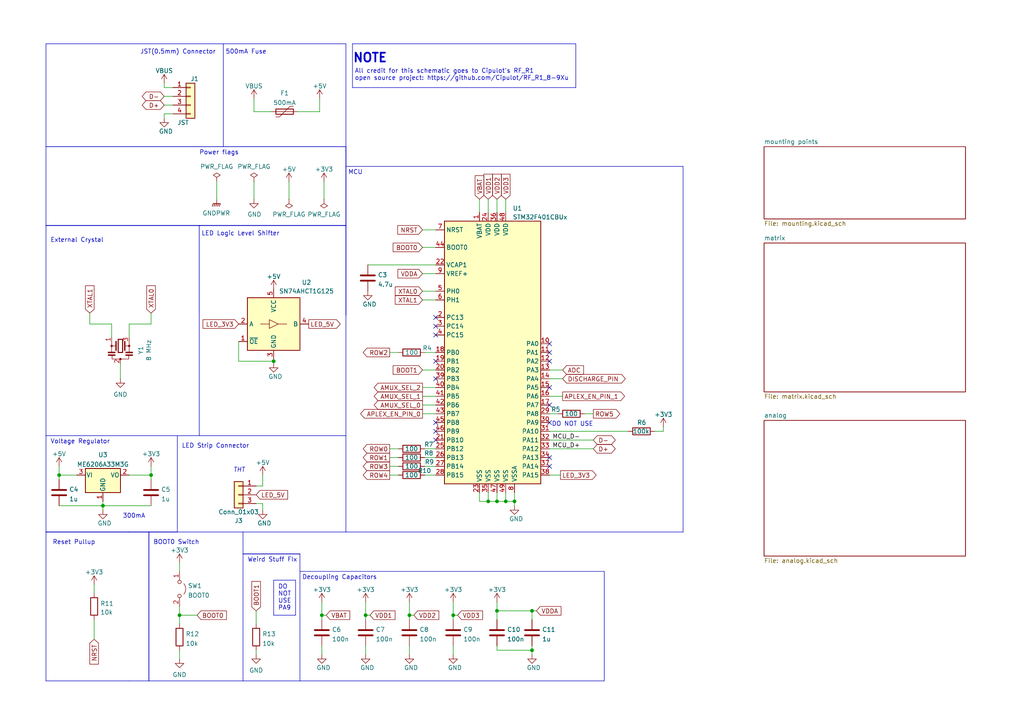
<source format=kicad_sch>
(kicad_sch (version 20230121) (generator eeschema)
  (paper "A4")
  (lib_symbols
    (symbol "Connector_Generic:Conn_01x03" (pin_names (offset 1.016) hide)
      (property "Reference" "J" (at 0 5.08 0))
      (property "Value" "Conn_01x03" (at 0 -5.08 0))
      (symbol "Conn_01x03_1_1"
        (rectangle (start -1.27 -2.413) (end 0 -2.667) (stroke (width 0.1524)))
        (rectangle (start -1.27 0.127) (end 0 -0.127) (stroke (width 0.1524)))
        (rectangle (start -1.27 2.667) (end 0 2.413) (stroke (width 0.1524)))
        (rectangle (start -1.27 3.81) (end 1.27 -3.81) (stroke (width 0.254)) (fill (type background)))
        (pin passive line (at -5.08 2.54 0) (length 3.81) (name "Pin_1") (number "1"))
        (pin passive line (at -5.08 0 0) (length 3.81) (name "Pin_2") (number "2"))
        (pin passive line (at -5.08 -2.54 0) (length 3.81) (name "Pin_3") (number "3"))
      )
    )
    (symbol "Connector_Generic:Conn_01x04" (pin_names (offset 1.016) hide)
      (property "Reference" "J" (at 0 5.08 0))
      (property "Value" "Conn_01x04" (at 0 -7.62 0))
      (symbol "Conn_01x04_1_1"
        (rectangle (start -1.27 -4.953) (end 0 -5.207) (stroke (width 0.1524)))
        (rectangle (start -1.27 -2.413) (end 0 -2.667) (stroke (width 0.1524)))
        (rectangle (start -1.27 0.127) (end 0 -0.127) (stroke (width 0.1524)))
        (rectangle (start -1.27 2.667) (end 0 2.413) (stroke (width 0.1524)))
        (rectangle (start -1.27 3.81) (end 1.27 -6.35) (stroke (width 0.254)) (fill (type background)))
        (pin passive line (at -5.08 2.54 0) (length 3.81) (name "Pin_1") (number "1"))
        (pin passive line (at -5.08 0 0) (length 3.81) (name "Pin_2") (number "2"))
        (pin passive line (at -5.08 -2.54 0) (length 3.81) (name "Pin_3") (number "3"))
        (pin passive line (at -5.08 -5.08 0) (length 3.81) (name "Pin_4") (number "4"))
      )
    )
    (symbol "Device:C" (pin_numbers hide) (pin_names (offset 0.254))
      (property "Reference" "C" (at 0.635 2.54 0))
      (property "Value" "C" (at 0.635 -2.54 0))
      (symbol "C_0_1"
        (polyline (pts (xy -2.032 -0.762) (xy 2.032 -0.762)) (stroke (width 0.508)))
        (polyline (pts (xy -2.032 0.762) (xy 2.032 0.762)) (stroke (width 0.508)))
      )
      (symbol "C_1_1"
        (pin passive line (at 0 3.81 270) (length 2.794) (name "~") (number "1"))
        (pin passive line (at 0 -3.81 90) (length 2.794) (name "~") (number "2"))
      )
    )
    (symbol "Device:Polyfuse" (pin_numbers hide) (pin_names (offset 0))
      (property "Reference" "F" (at -2.54 0 90))
      (property "Value" "Polyfuse" (at 2.54 0 90))
      (symbol "Polyfuse_0_1"
        (rectangle (start -0.762 2.54) (end 0.762 -2.54) (stroke (width 0.254)))
        (polyline (pts (xy 0 2.54) (xy 0 -2.54)))
        (polyline (pts (xy -1.524 2.54) (xy -1.524 1.524) (xy 1.524 -1.524) (xy 1.524 -2.54)))
      )
      (symbol "Polyfuse_1_1"
        (pin passive line (at 0 3.81 270) (length 1.27) (name "~") (number "1"))
        (pin passive line (at 0 -3.81 90) (length 1.27) (name "~") (number "2"))
      )
    )
    (symbol "Device:R" (pin_numbers hide) (pin_names (offset 0))
      (property "Reference" "R" (at 2.032 0 90))
      (property "Value" "R" (at 0 0 90))
      (symbol "R_0_1"
        (rectangle (start -1.016 -2.54) (end 1.016 2.54) (stroke (width 0.254)))
      )
      (symbol "R_1_1"
        (pin passive line (at 0 3.81 270) (length 1.27) (name "~") (number "1"))
        (pin passive line (at 0 -3.81 90) (length 1.27) (name "~") (number "2"))
      )
    )
    (symbol "Device:Resonator_Small" (pin_names (offset 1.016) hide)
      (property "Reference" "Y" (at 3.175 1.905 0))
      (property "Value" "Resonator_Small" (at 3.175 0 0))
      (symbol "Resonator_Small_0_1"
        (rectangle (start -3.556 -2.54) (end -1.524 -2.794) (fill (type outline)))
        (rectangle (start -3.556 -1.778) (end -1.524 -2.032) (fill (type outline)))
        (circle (center -2.54 0) (radius 0.254) (fill (type outline)))
        (rectangle (start -0.635 1.905) (end 0.635 -1.905) (stroke (width 0.3048)))
        (circle (center 0 -3.81) (radius 0.254) (fill (type outline)))
        (polyline (pts (xy -2.54 -1.778) (xy -2.54 0)))
        (polyline (pts (xy -2.54 0) (xy -1.397 0)))
        (polyline (pts (xy -2.54 1.27) (xy -2.54 0)))
        (polyline (pts (xy -1.27 -1.27) (xy -1.27 1.27)) (stroke (width 0.381)))
        (polyline (pts (xy 1.27 -1.27) (xy 1.27 1.27)) (stroke (width 0.381)))
        (polyline (pts (xy 1.27 0) (xy 2.54 0)))
        (polyline (pts (xy 2.54 0) (xy 2.54 -1.778)))
        (polyline (pts (xy 2.54 1.27) (xy 2.54 0)))
        (polyline (pts (xy 2.413 -2.794) (xy 2.413 -3.81) (xy -2.413 -3.81) (xy -2.413 -2.667)))
        (rectangle (start 1.524 -2.54) (end 3.556 -2.794) (fill (type outline)))
        (rectangle (start 1.524 -1.778) (end 3.556 -2.032) (fill (type outline)))
        (circle (center 2.54 0) (radius 0.254) (fill (type outline)))
      )
      (symbol "Resonator_Small_1_1"
        (pin passive line (at -2.54 2.54 270) (length 1.27) (name "1") (number "1"))
        (pin passive line (at 0 -5.08 90) (length 1.27) (name "2") (number "2"))
        (pin passive line (at 2.54 2.54 270) (length 1.27) (name "3") (number "3"))
      )
    )
    (symbol "Jumper:Jumper_2_Open" (pin_names (offset 0) hide)
      (property "Reference" "JP" (at 0 2.794 0))
      (property "Value" "Jumper_2_Open" (at 0 -2.286 0))
      (symbol "Jumper_2_Open_0_0"
        (circle (center -2.032 0) (radius 0.508))
        (circle (center 2.032 0) (radius 0.508))
      )
      (symbol "Jumper_2_Open_0_1"
        (arc (start 1.524 1.27) (mid 0 1.778) (end -1.524 1.27))
      )
      (symbol "Jumper_2_Open_1_1"
        (pin passive line (at -5.08 0 0) (length 2.54) (name "A") (number "1"))
        (pin passive line (at 5.08 0 180) (length 2.54) (name "B") (number "2"))
      )
    )
    (symbol "MCU_ST_STM32F4:STM32F401CBUx"
      (property "Reference" "U" (at -15.24 39.37 0))
      (property "Value" "STM32F401CBUx" (at 5.08 39.37 0))
      (symbol "STM32F401CBUx_0_1"
        (rectangle (start -15.24 -38.1) (end 12.7 38.1) (stroke (width 0.254)) (fill (type background)))
      )
      (symbol "STM32F401CBUx_1_1"
        (pin power_in line (at -5.08 40.64 270) (length 2.54) (name "VBAT") (number "1"))
        (pin bidirectional line (at 15.24 2.54 180) (length 2.54) (name "PA0") (number "10"))
        (pin bidirectional line (at 15.24 0 180) (length 2.54) (name "PA1") (number "11"))
        (pin bidirectional line (at 15.24 -2.54 180) (length 2.54) (name "PA2") (number "12"))
        (pin bidirectional line (at 15.24 -5.08 180) (length 2.54) (name "PA3") (number "13"))
        (pin bidirectional line (at 15.24 -7.62 180) (length 2.54) (name "PA4") (number "14"))
        (pin bidirectional line (at 15.24 -10.16 180) (length 2.54) (name "PA5") (number "15"))
        (pin bidirectional line (at 15.24 -12.7 180) (length 2.54) (name "PA6") (number "16"))
        (pin bidirectional line (at 15.24 -15.24 180) (length 2.54) (name "PA7") (number "17"))
        (pin bidirectional line (at -17.78 0 0) (length 2.54) (name "PB0") (number "18"))
        (pin bidirectional line (at -17.78 -2.54 0) (length 2.54) (name "PB1") (number "19"))
        (pin bidirectional line (at -17.78 10.16 0) (length 2.54) (name "PC13") (number "2"))
        (pin bidirectional line (at -17.78 -5.08 0) (length 2.54) (name "PB2") (number "20"))
        (pin bidirectional line (at -17.78 -25.4 0) (length 2.54) (name "PB10") (number "21"))
        (pin power_in line (at -17.78 25.4 0) (length 2.54) (name "VCAP1") (number "22"))
        (pin power_in line (at -5.08 -40.64 90) (length 2.54) (name "VSS") (number "23"))
        (pin power_in line (at -2.54 40.64 270) (length 2.54) (name "VDD") (number "24"))
        (pin bidirectional line (at -17.78 -27.94 0) (length 2.54) (name "PB12") (number "25"))
        (pin bidirectional line (at -17.78 -30.48 0) (length 2.54) (name "PB13") (number "26"))
        (pin bidirectional line (at -17.78 -33.02 0) (length 2.54) (name "PB14") (number "27"))
        (pin bidirectional line (at -17.78 -35.56 0) (length 2.54) (name "PB15") (number "28"))
        (pin bidirectional line (at 15.24 -17.78 180) (length 2.54) (name "PA8") (number "29"))
        (pin bidirectional line (at -17.78 7.62 0) (length 2.54) (name "PC14") (number "3"))
        (pin bidirectional line (at 15.24 -20.32 180) (length 2.54) (name "PA9") (number "30"))
        (pin bidirectional line (at 15.24 -22.86 180) (length 2.54) (name "PA10") (number "31"))
        (pin bidirectional line (at 15.24 -25.4 180) (length 2.54) (name "PA11") (number "32"))
        (pin bidirectional line (at 15.24 -27.94 180) (length 2.54) (name "PA12") (number "33"))
        (pin bidirectional line (at 15.24 -30.48 180) (length 2.54) (name "PA13") (number "34"))
        (pin power_in line (at -2.54 -40.64 90) (length 2.54) (name "VSS") (number "35"))
        (pin power_in line (at 0 40.64 270) (length 2.54) (name "VDD") (number "36"))
        (pin bidirectional line (at 15.24 -33.02 180) (length 2.54) (name "PA14") (number "37"))
        (pin bidirectional line (at 15.24 -35.56 180) (length 2.54) (name "PA15") (number "38"))
        (pin bidirectional line (at -17.78 -7.62 0) (length 2.54) (name "PB3") (number "39"))
        (pin bidirectional line (at -17.78 5.08 0) (length 2.54) (name "PC15") (number "4"))
        (pin bidirectional line (at -17.78 -10.16 0) (length 2.54) (name "PB4") (number "40"))
        (pin bidirectional line (at -17.78 -12.7 0) (length 2.54) (name "PB5") (number "41"))
        (pin bidirectional line (at -17.78 -15.24 0) (length 2.54) (name "PB6") (number "42"))
        (pin bidirectional line (at -17.78 -17.78 0) (length 2.54) (name "PB7") (number "43"))
        (pin input line (at -17.78 30.48 0) (length 2.54) (name "BOOT0") (number "44"))
        (pin bidirectional line (at -17.78 -20.32 0) (length 2.54) (name "PB8") (number "45"))
        (pin bidirectional line (at -17.78 -22.86 0) (length 2.54) (name "PB9") (number "46"))
        (pin power_in line (at 0 -40.64 90) (length 2.54) (name "VSS") (number "47"))
        (pin power_in line (at 2.54 40.64 270) (length 2.54) (name "VDD") (number "48"))
        (pin power_in line (at 2.54 -40.64 90) (length 2.54) (name "VSS") (number "49"))
        (pin input line (at -17.78 17.78 0) (length 2.54) (name "PH0") (number "5"))
        (pin input line (at -17.78 15.24 0) (length 2.54) (name "PH1") (number "6"))
        (pin input line (at -17.78 35.56 0) (length 2.54) (name "NRST") (number "7"))
        (pin power_in line (at 5.08 -40.64 90) (length 2.54) (name "VSSA") (number "8"))
        (pin power_in line (at -17.78 22.86 0) (length 2.54) (name "VREF+") (number "9"))
      )
    )
    (symbol "Regulator_Linear:XC6206PxxxMR" (pin_names (offset 0.254))
      (property "Reference" "U" (at -3.81 3.175 0))
      (property "Value" "XC6206PxxxMR" (at 0 3.175 0))
      (symbol "XC6206PxxxMR_0_1"
        (rectangle (start -5.08 1.905) (end 5.08 -5.08) (stroke (width 0.254)) (fill (type background)))
      )
      (symbol "XC6206PxxxMR_1_1"
        (pin power_in line (at 0 -7.62 90) (length 2.54) (name "GND") (number "1"))
        (pin power_out line (at 7.62 0 180) (length 2.54) (name "VO") (number "2"))
        (pin power_in line (at -7.62 0 0) (length 2.54) (name "VI") (number "3"))
      )
    )
    (symbol "cipulot_parts:SN74AHCT1G125"
      (property "Reference" "U" (at -6.35 11.43 0))
      (property "Value" "SN74AHCT1G125" (at 3.81 11.43 0))
      (symbol "SN74AHCT1G125_0_1"
        (rectangle (start -7.62 10.16) (end 7.62 -5.08) (stroke (width 0.254)) (fill (type background)))
        (polyline (pts (xy -3.81 2.54) (xy -1.27 2.54)))
        (polyline (pts (xy 3.81 2.54) (xy 1.27 2.54)))
        (polyline (pts (xy -1.27 1.27) (xy -1.27 3.81) (xy 1.27 2.54) (xy -1.27 1.27)))
      )
      (symbol "SN74AHCT1G125_1_1"
        (pin input line (at -10.16 -2.54 0) (length 2.54) (name "~{OE}") (number "1"))
        (pin input line (at -10.16 2.54 0) (length 2.54) (name "A") (number "2"))
        (pin power_in line (at 0 -7.62 90) (length 2.54) (name "GND") (number "3"))
        (pin output line (at 10.16 2.54 180) (length 2.54) (name "B") (number "4"))
        (pin power_in line (at 0 12.7 270) (length 2.54) (name "VCC") (number "5"))
      )
    )
    (symbol "power:+3.3V" (power) (pin_names (offset 0))
      (property "Value" "+3.3V" (at 0 3.556 0))
      (symbol "+3.3V_0_1"
        (polyline (pts (xy -0.762 1.27) (xy 0 2.54)))
        (polyline (pts (xy 0 0) (xy 0 2.54)))
        (polyline (pts (xy 0 2.54) (xy 0.762 1.27)))
      )
      (symbol "+3.3V_1_1"
        (pin power_in line (at 0 0 90) (length 0) hide (name "+3V3") (number "1"))
      )
    )
    (symbol "power:+5V" (power) (pin_names (offset 0))
      (property "Value" "+5V" (at 0 3.556 0))
      (symbol "+5V_0_1"
        (polyline (pts (xy -0.762 1.27) (xy 0 2.54)))
        (polyline (pts (xy 0 0) (xy 0 2.54)))
        (polyline (pts (xy 0 2.54) (xy 0.762 1.27)))
      )
      (symbol "+5V_1_1"
        (pin power_in line (at 0 0 90) (length 0) hide (name "+5V") (number "1"))
      )
    )
    (symbol "power:GND" (power) (pin_names (offset 0))
      (property "Value" "GND" (at 0 -3.81 0))
      (symbol "GND_0_1"
        (polyline (pts (xy 0 0) (xy 0 -1.27) (xy 1.27 -1.27) (xy 0 -2.54) (xy -1.27 -1.27) (xy 0 -1.27)))
      )
      (symbol "GND_1_1"
        (pin power_in line (at 0 0 270) (length 0) hide (name "GND") (number "1"))
      )
    )
    (symbol "power:GNDPWR" (power) (pin_names (offset 0))
      (property "Value" "GNDPWR" (at 0 -3.302 0))
      (symbol "GNDPWR_0_1"
        (polyline (pts (xy 0 -1.27) (xy 0 0)))
        (polyline (pts (xy -1.016 -1.27) (xy -1.27 -2.032) (xy -1.27 -2.032)) (stroke (width 0.2032)))
        (polyline (pts (xy -0.508 -1.27) (xy -0.762 -2.032) (xy -0.762 -2.032)) (stroke (width 0.2032)))
        (polyline (pts (xy 0 -1.27) (xy -0.254 -2.032) (xy -0.254 -2.032)) (stroke (width 0.2032)))
        (polyline (pts (xy 0.508 -1.27) (xy 0.254 -2.032) (xy 0.254 -2.032)) (stroke (width 0.2032)))
        (polyline (pts (xy 1.016 -1.27) (xy -1.016 -1.27) (xy -1.016 -1.27)) (stroke (width 0.2032)))
        (polyline (pts (xy 1.016 -1.27) (xy 0.762 -2.032) (xy 0.762 -2.032) (xy 0.762 -2.032)) (stroke (width 0.2032)))
      )
      (symbol "GNDPWR_1_1"
        (pin power_in line (at 0 0 270) (length 0) hide (name "GNDPWR") (number "1"))
      )
    )
    (symbol "power:PWR_FLAG" (power) (pin_numbers hide) (pin_names (offset 0) hide)
      (property "Value" "PWR_FLAG" (at 0 3.81 0))
      (symbol "PWR_FLAG_0_0"
        (pin power_out line (at 0 0 90) (length 0) (name "pwr") (number "1"))
      )
      (symbol "PWR_FLAG_0_1"
        (polyline (pts (xy 0 0) (xy 0 1.27) (xy -1.016 1.905) (xy 0 2.54) (xy 1.016 1.905) (xy 0 1.27)))
      )
    )
    (symbol "power:VBUS" (power) (pin_names (offset 0))
      (property "Value" "VBUS" (at 0 3.81 0))
      (symbol "VBUS_0_1"
        (polyline (pts (xy -0.762 1.27) (xy 0 2.54)))
        (polyline (pts (xy 0 0) (xy 0 2.54)))
        (polyline (pts (xy 0 2.54) (xy 0.762 1.27)))
      )
      (symbol "VBUS_1_1"
        (pin power_in line (at 0 0 90) (length 0) hide (name "VBUS") (number "1"))
      )
    )
  )
  (junction (at 144.145 177.165))
  (junction (at 149.225 145.415))
  (junction (at 93.345 178.435))
  (junction (at 141.605 145.415))
  (junction (at 29.845 146.685))
  (junction (at 131.445 178.435))
  (junction (at 154.305 188.595))
  (junction (at 52.07 178.435))
  (junction (at 43.815 137.795))
  (junction (at 79.375 104.775))
  (junction (at 106.045 178.435))
  (junction (at 154.305 177.165))
  (junction (at 17.145 137.795))
  (junction (at 144.145 145.415))
  (junction (at 118.745 178.435))
  (junction (at 146.685 145.415))
  (no_connect (at 126.365 97.155))
  (no_connect (at 159.385 117.475))
  (no_connect (at 126.365 104.775))
  (no_connect (at 159.385 102.235))
  (no_connect (at 159.385 112.395))
  (no_connect (at 159.385 122.555))
  (no_connect (at 159.385 104.775))
  (no_connect (at 159.385 132.715))
  (no_connect (at 159.385 135.255))
  (no_connect (at 159.385 99.695))
  (no_connect (at 126.365 92.075))
  (no_connect (at 126.365 109.855))
  (no_connect (at 126.365 94.615))
  (no_connect (at 126.365 125.095))
  (no_connect (at 126.365 127.635))
  (no_connect (at 126.365 122.555))
  (wire (pts (xy 113.03 135.255) (xy 115.57 135.255)))
  (wire (pts (xy 37.465 93.98) (xy 43.815 93.98)))
  (polyline (pts (xy 100.33 65.405) (xy 100.33 42.545)))
  (wire (pts (xy 17.145 135.255) (xy 17.145 137.795)))
  (wire (pts (xy 52.07 188.595) (xy 52.07 191.135)))
  (wire (pts (xy 131.445 187.325) (xy 131.445 189.865)))
  (polyline (pts (xy 13.335 154.305) (xy 37.465 154.305)))
  (wire (pts (xy 73.66 28.575) (xy 73.66 32.385)))
  (polyline (pts (xy 79.375 168.275) (xy 79.375 178.435)))
  (wire (pts (xy 146.685 145.415) (xy 149.225 145.415)))
  (wire (pts (xy 47.625 30.48) (xy 50.165 30.48)))
  (wire (pts (xy 47.625 34.29) (xy 47.625 33.02)))
  (polyline (pts (xy 13.335 154.305) (xy 37.465 154.305)))
  (polyline (pts (xy 100.33 65.405) (xy 100.33 91.44)))
  (polyline (pts (xy 198.12 154.305) (xy 198.12 48.26)))
  (wire (pts (xy 37.465 137.795) (xy 43.815 137.795)))
  (polyline (pts (xy 100.33 154.305) (xy 70.485 154.305)))
  (wire (pts (xy 43.815 135.255) (xy 43.815 137.795)))
  (polyline (pts (xy 37.465 197.485) (xy 70.485 197.485)))
  (wire (pts (xy 29.845 145.415) (xy 29.845 146.685)))
  (wire (pts (xy 47.625 24.13) (xy 47.625 25.4)))
  (wire (pts (xy 79.375 104.775) (xy 79.375 104.14)))
  (wire (pts (xy 144.145 179.705) (xy 144.145 177.165)))
  (wire (pts (xy 76.2 140.97) (xy 76.2 137.795)))
  (wire (pts (xy 161.925 120.015) (xy 159.385 120.015)))
  (polyline (pts (xy 13.335 65.405) (xy 13.335 126.365)))
  (wire (pts (xy 122.555 120.015) (xy 126.365 120.015)))
  (wire (pts (xy 144.145 142.875) (xy 144.145 145.415)))
  (wire (pts (xy 79.375 105.41) (xy 79.375 104.775)))
  (polyline (pts (xy 100.33 65.405) (xy 57.785 65.405)))
  (wire (pts (xy 17.145 146.685) (xy 29.845 146.685)))
  (wire (pts (xy 159.385 125.095) (xy 182.245 125.095)))
  (polyline (pts (xy 100.33 48.26) (xy 198.12 48.26)))
  (wire (pts (xy 163.195 114.935) (xy 159.385 114.935)))
  (wire (pts (xy 113.03 137.795) (xy 115.57 137.795)))
  (wire (pts (xy 131.445 174.625) (xy 131.445 178.435)))
  (wire (pts (xy 141.605 142.875) (xy 141.605 145.415)))
  (polyline (pts (xy 79.375 178.435) (xy 85.725 178.435)))
  (polyline (pts (xy 85.725 178.435) (xy 85.725 168.275)))
  (polyline (pts (xy 57.785 126.365) (xy 100.33 126.365)))
  (polyline (pts (xy 37.465 154.305) (xy 51.435 154.305)))
  (polyline (pts (xy 13.335 42.545) (xy 13.335 12.7)))
  (wire (pts (xy 122.555 114.935) (xy 126.365 114.935)))
  (wire (pts (xy 74.295 177.165) (xy 74.295 180.975)))
  (polyline (pts (xy 70.485 197.485) (xy 70.485 154.305)))
  (wire (pts (xy 122.555 66.675) (xy 126.365 66.675)))
  (wire (pts (xy 118.745 178.435) (xy 120.015 178.435)))
  (wire (pts (xy 139.065 145.415) (xy 141.605 145.415)))
  (wire (pts (xy 131.445 178.435) (xy 131.445 179.705)))
  (polyline (pts (xy 100.33 42.545) (xy 100.33 65.405)))
  (wire (pts (xy 144.145 61.595) (xy 144.145 57.785)))
  (polyline (pts (xy 37.465 154.305) (xy 70.485 154.305)))
  (wire (pts (xy 34.925 105.41) (xy 34.925 109.855)))
  (polyline (pts (xy 51.435 154.305) (xy 51.435 126.365)))
  (polyline (pts (xy 100.33 126.365) (xy 100.33 154.305)))
  (wire (pts (xy 126.365 79.375) (xy 122.555 79.375)))
  (wire (pts (xy 144.145 145.415) (xy 146.685 145.415)))
  (wire (pts (xy 122.555 84.455) (xy 126.365 84.455)))
  (polyline (pts (xy 13.335 42.545) (xy 13.335 65.405)))
  (wire (pts (xy 86.36 32.385) (xy 92.71 32.385)))
  (polyline (pts (xy 86.995 165.735) (xy 175.26 165.735)))
  (polyline (pts (xy 13.335 126.365) (xy 13.335 154.305)))
  (wire (pts (xy 118.745 187.325) (xy 118.745 189.865)))
  (wire (pts (xy 52.07 175.895) (xy 52.07 178.435)))
  (polyline (pts (xy 57.785 65.405) (xy 57.785 90.805)))
  (polyline (pts (xy 13.335 65.405) (xy 57.785 65.405)))
  (wire (pts (xy 47.625 27.94) (xy 50.165 27.94)))
  (wire (pts (xy 17.145 137.795) (xy 22.225 137.795)))
  (wire (pts (xy 146.685 61.595) (xy 146.685 57.785)))
  (wire (pts (xy 144.145 174.625) (xy 144.145 177.165)))
  (wire (pts (xy 154.305 187.325) (xy 154.305 188.595)))
  (wire (pts (xy 123.19 137.795) (xy 126.365 137.795)))
  (wire (pts (xy 73.66 52.705) (xy 73.66 57.785)))
  (wire (pts (xy 146.685 142.875) (xy 146.685 145.415)))
  (wire (pts (xy 74.295 188.595) (xy 74.295 189.865)))
  (wire (pts (xy 52.07 163.195) (xy 52.07 165.735)))
  (wire (pts (xy 73.66 32.385) (xy 78.74 32.385)))
  (wire (pts (xy 83.82 52.705) (xy 83.82 57.785)))
  (polyline (pts (xy 167.005 25.4) (xy 167.005 12.7)))
  (wire (pts (xy 139.065 142.875) (xy 139.065 145.415)))
  (wire (pts (xy 47.625 25.4) (xy 50.165 25.4)))
  (wire (pts (xy 162.56 137.795) (xy 159.385 137.795)))
  (wire (pts (xy 93.345 174.625) (xy 93.345 178.435)))
  (wire (pts (xy 69.215 99.06) (xy 69.215 104.775)))
  (wire (pts (xy 131.445 178.435) (xy 132.715 178.435)))
  (wire (pts (xy 141.605 61.595) (xy 141.605 57.785)))
  (wire (pts (xy 122.555 112.395) (xy 126.365 112.395)))
  (wire (pts (xy 37.465 97.79) (xy 37.465 93.98)))
  (wire (pts (xy 141.605 145.415) (xy 144.145 145.415)))
  (wire (pts (xy 106.045 178.435) (xy 107.315 178.435)))
  (wire (pts (xy 92.71 32.385) (xy 92.71 28.575)))
  (wire (pts (xy 122.555 86.995) (xy 126.365 86.995)))
  (wire (pts (xy 69.215 104.775) (xy 79.375 104.775)))
  (polyline (pts (xy 13.335 65.405) (xy 100.33 65.405)))
  (polyline (pts (xy 86.995 160.655) (xy 70.485 160.655)))
  (polyline (pts (xy 102.235 25.4) (xy 167.005 25.4)))
  (wire (pts (xy 106.045 187.325) (xy 106.045 189.865)))
  (wire (pts (xy 76.2 146.05) (xy 76.2 147.955)))
  (wire (pts (xy 154.305 188.595) (xy 154.305 189.865)))
  (wire (pts (xy 123.19 132.715) (xy 126.365 132.715)))
  (polyline (pts (xy 64.77 12.7) (xy 13.335 12.7)))
  (polyline (pts (xy 57.785 42.545) (xy 64.77 42.545)))
  (polyline (pts (xy 100.33 154.305) (xy 198.12 154.305)))
  (wire (pts (xy 93.345 187.325) (xy 93.345 189.865)))
  (wire (pts (xy 113.03 132.715) (xy 115.57 132.715)))
  (wire (pts (xy 123.19 102.235) (xy 126.365 102.235)))
  (wire (pts (xy 122.555 71.755) (xy 126.365 71.755)))
  (polyline (pts (xy 175.26 165.735) (xy 175.26 197.485)))
  (wire (pts (xy 192.405 125.095) (xy 192.405 123.825)))
  (polyline (pts (xy 79.375 168.275) (xy 85.725 168.275)))
  (polyline (pts (xy 86.995 197.485) (xy 70.485 197.485)))
  (polyline (pts (xy 102.235 12.7) (xy 102.235 25.4)))
  (wire (pts (xy 144.145 177.165) (xy 154.305 177.165)))
  (wire (pts (xy 29.845 146.685) (xy 29.845 147.955)))
  (wire (pts (xy 118.745 174.625) (xy 118.745 178.435)))
  (polyline (pts (xy 43.18 197.485) (xy 43.18 154.305)))
  (polyline (pts (xy 13.335 197.485) (xy 37.465 197.485)))
  (wire (pts (xy 106.68 76.835) (xy 126.365 76.835)))
  (polyline (pts (xy 64.77 42.545) (xy 100.33 42.545)))
  (polyline (pts (xy 86.995 160.655) (xy 86.995 197.485)))
  (wire (pts (xy 29.845 146.685) (xy 43.815 146.685)))
  (wire (pts (xy 154.305 177.165) (xy 154.305 179.705)))
  (wire (pts (xy 163.195 109.855) (xy 159.385 109.855)))
  (wire (pts (xy 118.745 179.705) (xy 118.745 178.435)))
  (wire (pts (xy 17.145 137.795) (xy 17.145 139.065)))
  (wire (pts (xy 113.03 102.235) (xy 115.57 102.235)))
  (wire (pts (xy 159.385 127.635) (xy 172.085 127.635)))
  (wire (pts (xy 144.145 188.595) (xy 154.305 188.595)))
  (wire (pts (xy 149.225 146.685) (xy 149.225 145.415)))
  (wire (pts (xy 189.865 125.095) (xy 192.405 125.095)))
  (wire (pts (xy 52.07 178.435) (xy 52.07 180.975)))
  (polyline (pts (xy 13.335 126.365) (xy 57.785 126.365)))
  (polyline (pts (xy 57.785 126.365) (xy 57.785 65.405)))
  (polyline (pts (xy 102.235 12.7) (xy 167.005 12.7)))
  (wire (pts (xy 154.305 177.165) (xy 155.575 177.165)))
  (polyline (pts (xy 100.33 126.365) (xy 100.33 65.405)))
  (polyline (pts (xy 13.335 42.545) (xy 100.33 42.545)))
  (polyline (pts (xy 175.26 197.485) (xy 86.995 197.485)))
  (wire (pts (xy 122.555 107.315) (xy 126.365 107.315)))
  (wire (pts (xy 76.2 146.05) (xy 74.295 146.05)))
  (wire (pts (xy 27.305 169.545) (xy 27.305 172.085)))
  (wire (pts (xy 159.385 107.315) (xy 163.195 107.315)))
  (wire (pts (xy 43.815 90.805) (xy 43.815 93.98)))
  (wire (pts (xy 52.07 178.435) (xy 57.15 178.435)))
  (polyline (pts (xy 64.77 12.7) (xy 100.33 12.7)))
  (polyline (pts (xy 13.335 154.305) (xy 13.335 197.485)))
  (wire (pts (xy 172.085 120.015) (xy 169.545 120.015)))
  (polyline (pts (xy 43.18 154.305) (xy 43.18 197.485)))
  (wire (pts (xy 26.035 90.805) (xy 26.035 93.98)))
  (wire (pts (xy 93.98 52.705) (xy 93.98 57.785)))
  (polyline (pts (xy 100.33 42.545) (xy 100.33 12.7)))
  (wire (pts (xy 27.305 179.705) (xy 27.305 185.42)))
  (polyline (pts (xy 70.485 160.655) (xy 86.995 160.655)))
  (wire (pts (xy 94.615 178.435) (xy 93.345 178.435)))
  (wire (pts (xy 106.045 179.705) (xy 106.045 178.435)))
  (wire (pts (xy 47.625 33.02) (xy 50.165 33.02)))
  (polyline (pts (xy 100.33 126.365) (xy 100.33 126.365)))
  (wire (pts (xy 43.815 137.795) (xy 43.815 139.065)))
  (wire (pts (xy 139.065 61.595) (xy 139.065 57.785)))
  (wire (pts (xy 32.385 93.98) (xy 32.385 97.79)))
  (polyline (pts (xy 57.785 42.545) (xy 13.335 42.545)))
  (wire (pts (xy 149.225 142.875) (xy 149.225 145.415)))
  (wire (pts (xy 62.865 52.705) (xy 62.865 57.785)))
  (wire (pts (xy 159.385 130.175) (xy 172.085 130.175)))
  (wire (pts (xy 26.035 93.98) (xy 32.385 93.98)))
  (wire (pts (xy 122.555 117.475) (xy 126.365 117.475)))
  (wire (pts (xy 93.345 178.435) (xy 93.345 179.705)))
  (wire (pts (xy 76.2 140.97) (xy 74.295 140.97)))
  (polyline (pts (xy 64.77 42.545) (xy 64.77 12.7)))
  (wire (pts (xy 144.145 187.325) (xy 144.145 188.595)))
  (wire (pts (xy 106.045 174.625) (xy 106.045 178.435)))
  (wire (pts (xy 113.03 130.175) (xy 115.57 130.175)))
  (wire (pts (xy 123.19 130.175) (xy 126.365 130.175)))
  (wire (pts (xy 123.19 135.255) (xy 126.365 135.255)))
  (text "LED Strip Connector\n" (at 52.705 130.175 0) (effects (font (size 1.27 1.27)) (justify left bottom)))
  (text "300mA" (at 35.56 150.495 0) (effects (font (size 1.27 1.27)) (justify left bottom)))
  (text "Weird Stuff FIx" (at 71.755 163.195 0) (effects (font (size 1.27 1.27)) (justify left bottom)))
  (text "JST(0.5mm) Connector\n" (at 40.64 15.875 0) (effects (font (size 1.27 1.27)) (justify left bottom)))
  (text "Decoupling Capacitors" (at 87.63 168.275 0) (effects (font (size 1.27 1.27)) (justify left bottom)))
  (text "MCU" (at 100.965 50.8 0) (effects (font (size 1.27 1.27)) (justify left bottom)))
  (text "THT\n" (at 71.12 137.16 0) (effects (font (size 1.27 1.27) italic) (justify right bottom)))
  (text "All credit for this schematic goes to Cipulot's RF_R1 \nopen source project: https://github.com/Cipulot/RF_R1_8-9Xu\n" (at 102.87 23.495 0) (effects (font (size 1.27 1.27)) (justify left bottom)))
  (text "DO\nNOT\nUSE\nPA9\n" (at 80.645 177.165 0) (effects (font (size 1.27 1.27)) (justify left bottom)))
  (text "External Crystal\n" (at 14.605 70.485 0) (effects (font (size 1.27 1.27)) (justify left bottom)))
  (text "500mA Fuse" (at 65.405 15.875 0) (effects (font (size 1.27 1.27)) (justify left bottom)))
  (text "NOTE" (at 102.235 18.415 0) (effects (font (size 2.54 2.54) (thickness 0.508) bold) (justify left bottom)))
  (text "Power flags\n" (at 57.785 45.085 0) (effects (font (size 1.27 1.27)) (justify left bottom)))
  (text "Voltage Regulator" (at 14.605 128.905 0) (effects (font (size 1.27 1.27)) (justify left bottom)))
  (text "BOOT0 Switch" (at 44.45 158.115 0) (effects (font (size 1.27 1.27)) (justify left bottom)))
  (text "LED Logic Level Shifter" (at 58.42 68.58 0) (effects (font (size 1.27 1.27)) (justify left bottom)))
  (text "Reset Pullup" (at 15.24 158.115 0) (effects (font (size 1.27 1.27)) (justify left bottom)))
  (text "DO NOT USE" (at 160.02 123.825 0) (effects (font (size 1.27 1.27)) (justify left bottom)))
  (label "MCU_D-" (at 168.275 127.635 180))
  (label "MCU_D+" (at 168.275 130.175 180))
  (global_label "VBAT" (shape input) (at 139.065 57.785 90) (property "Intersheetrefs" "${INTERSHEET_REFS}" (effects hide)))
  (global_label "XTAL0" (shape input) (at 122.555 84.455 180) (property "Intersheetrefs" "${INTERSHEET_REFS}" (effects hide)))
  (global_label "ADC" (shape input) (at 163.195 107.315 0) (property "Intersheetrefs" "${INTERSHEET_REFS}" (effects hide)))
  (global_label "D-" (shape bidirectional) (at 172.085 127.635 0) (property "Intersheetrefs" "${INTERSHEET_REFS}" (effects hide)))
  (global_label "BOOT1" (shape input) (at 74.295 177.165 90) (property "Intersheetrefs" "${INTERSHEET_REFS}" (effects hide)))
  (global_label "VBAT" (shape input) (at 94.615 178.435 0) (property "Intersheetrefs" "${INTERSHEET_REFS}" (effects hide)))
  (global_label "VDD1" (shape input) (at 141.605 57.785 90) (property "Intersheetrefs" "${INTERSHEET_REFS}" (effects hide)))
  (global_label "ROW5" (shape output) (at 172.085 120.015 0) (property "Intersheetrefs" "${INTERSHEET_REFS}" (effects hide)))
  (global_label "D+" (shape bidirectional) (at 47.625 30.48 180) (property "Intersheetrefs" "${INTERSHEET_REFS}" (effects hide)))
  (global_label "XTAL0" (shape input) (at 43.815 90.805 90) (property "Intersheetrefs" "${INTERSHEET_REFS}" (effects hide)))
  (global_label "LED_3V3" (shape output) (at 162.56 137.795 0) (property "Intersheetrefs" "${INTERSHEET_REFS}" (effects hide)))
  (global_label "BOOT0" (shape input) (at 57.15 178.435 0) (property "Intersheetrefs" "${INTERSHEET_REFS}" (effects hide)))
  (global_label "BOOT0" (shape input) (at 122.555 71.755 180) (property "Intersheetrefs" "${INTERSHEET_REFS}" (effects hide)))
  (global_label "ROW2" (shape output) (at 113.03 102.235 180) (property "Intersheetrefs" "${INTERSHEET_REFS}" (effects hide)))
  (global_label "ROW3" (shape output) (at 113.03 135.255 180) (property "Intersheetrefs" "${INTERSHEET_REFS}" (effects hide)))
  (global_label "VDD3" (shape input) (at 132.715 178.435 0) (property "Intersheetrefs" "${INTERSHEET_REFS}" (effects hide)))
  (global_label "LED_3V3" (shape input) (at 69.215 93.98 180) (property "Intersheetrefs" "${INTERSHEET_REFS}" (effects hide)))
  (global_label "NRST" (shape input) (at 122.555 66.675 180) (property "Intersheetrefs" "${INTERSHEET_REFS}" (effects hide)))
  (global_label "LED_5V" (shape output) (at 89.535 93.98 0) (property "Intersheetrefs" "${INTERSHEET_REFS}" (effects hide)))
  (global_label "APLEX_EN_PIN_1" (shape output) (at 163.195 114.935 0) (property "Intersheetrefs" "${INTERSHEET_REFS}" (effects hide)))
  (global_label "D-" (shape bidirectional) (at 47.625 27.94 180) (property "Intersheetrefs" "${INTERSHEET_REFS}" (effects hide)))
  (global_label "AMUX_SEL_1" (shape output) (at 122.555 114.935 180) (property "Intersheetrefs" "${INTERSHEET_REFS}" (effects hide)))
  (global_label "VDDA" (shape input) (at 122.555 79.375 180) (property "Intersheetrefs" "${INTERSHEET_REFS}" (effects hide)))
  (global_label "LED_5V" (shape input) (at 74.295 143.51 0) (property "Intersheetrefs" "${INTERSHEET_REFS}" (effects hide)))
  (global_label "VDD3" (shape input) (at 146.685 57.785 90) (property "Intersheetrefs" "${INTERSHEET_REFS}" (effects hide)))
  (global_label "ROW1" (shape output) (at 113.03 132.715 180) (property "Intersheetrefs" "${INTERSHEET_REFS}" (effects hide)))
  (global_label "XTAL1" (shape input) (at 26.035 90.805 90) (property "Intersheetrefs" "${INTERSHEET_REFS}" (effects hide)))
  (global_label "NRST" (shape input) (at 27.305 185.42 270) (property "Intersheetrefs" "${INTERSHEET_REFS}" (effects hide)))
  (global_label "BOOT1" (shape input) (at 122.555 107.315 180) (property "Intersheetrefs" "${INTERSHEET_REFS}" (effects hide)))
  (global_label "APLEX_EN_PIN_0" (shape output) (at 122.555 120.015 180) (property "Intersheetrefs" "${INTERSHEET_REFS}" (effects hide)))
  (global_label "ROW0" (shape output) (at 113.03 130.175 180) (property "Intersheetrefs" "${INTERSHEET_REFS}" (effects hide)))
  (global_label "VDD1" (shape input) (at 107.315 178.435 0) (property "Intersheetrefs" "${INTERSHEET_REFS}" (effects hide)))
  (global_label "XTAL1" (shape input) (at 122.555 86.995 180) (property "Intersheetrefs" "${INTERSHEET_REFS}" (effects hide)))
  (global_label "DISCHARGE_PIN" (shape bidirectional) (at 163.195 109.855 0) (property "Intersheetrefs" "${INTERSHEET_REFS}" (effects hide)))
  (global_label "D+" (shape bidirectional) (at 172.085 130.175 0) (property "Intersheetrefs" "${INTERSHEET_REFS}" (effects hide)))
  (global_label "VDD2" (shape input) (at 144.145 57.785 90) (property "Intersheetrefs" "${INTERSHEET_REFS}" (effects hide)))
  (global_label "AMUX_SEL_2" (shape output) (at 122.555 112.395 180) (property "Intersheetrefs" "${INTERSHEET_REFS}" (effects hide)))
  (global_label "VDDA" (shape input) (at 155.575 177.165 0) (property "Intersheetrefs" "${INTERSHEET_REFS}" (effects hide)))
  (global_label "VDD2" (shape input) (at 120.015 178.435 0) (property "Intersheetrefs" "${INTERSHEET_REFS}" (effects hide)))
  (global_label "ROW4" (shape output) (at 113.03 137.795 180) (property "Intersheetrefs" "${INTERSHEET_REFS}" (effects hide)))
  (global_label "AMUX_SEL_0" (shape output) (at 122.555 117.475 180) (property "Intersheetrefs" "${INTERSHEET_REFS}" (effects hide)))
  (symbol (lib_id "Device:R") (at 165.735 120.015 90) (unit 1)
    (property "Reference" "R5" (at 162.56 118.745 90) (effects (justify left)))
    (property "Value" "100" (at 167.64 120.015 90) (effects (justify left)))
    (property "Footprint" "Resistor_SMD:R_0402_1005Metric" (effects hide))
    (property "LCSC" "C25076" (effects hide))
  )
  (symbol (lib_id "power:GND") (at 79.375 105.41 0) (unit 1)
    (property "Reference" "#PWR0104" (effects hide))
    (property "Value" "GND" (at 81.915 109.22 0) (effects (justify right)))
  )
  (symbol (lib_id "power:+3.3V") (at 106.045 174.625 0) (unit 1)
    (property "Reference" "#PWR0133" (effects hide))
    (property "Value" "+3.3V" (at 106.045 171.0205 0))
  )
  (symbol (lib_id "power:+5V") (at 79.375 83.82 0) (unit 1)
    (property "Reference" "#PWR0105" (effects hide))
    (property "Value" "+5V" (at 79.375 80.2155 0))
  )
  (symbol (lib_id "power:+3.3V") (at 93.98 52.705 0) (unit 1)
    (property "Reference" "#PWR0143" (effects hide))
    (property "Value" "+3.3V" (at 93.98 49.1005 0))
  )
  (symbol (lib_id "power:+3.3V") (at 27.305 169.545 0) (unit 1)
    (property "Reference" "#PWR0101" (effects hide))
    (property "Value" "+3.3V" (at 27.305 165.9405 0))
  )
  (symbol (lib_id "power:GND") (at 93.345 189.865 0) (unit 1)
    (property "Reference" "#PWR0118" (effects hide))
    (property "Value" "GND" (at 95.885 193.675 0) (effects (justify right)))
  )
  (symbol (lib_id "power:+5V") (at 17.145 135.255 0) (unit 1)
    (property "Reference" "#PWR0124" (effects hide))
    (property "Value" "+5V" (at 17.145 131.6505 0))
  )
  (symbol (lib_id "Device:C") (at 118.745 183.515 0) (unit 1)
    (property "Reference" "C8" (at 121.666 182.6065 0) (effects (justify left)))
    (property "Value" "100n" (at 121.666 185.3816 0) (effects (justify left)))
    (property "Footprint" "Capacitor_SMD:C_0402_1005Metric" (effects hide))
    (property "LCSC" "C307331" (effects hide))
  )
  (symbol (lib_id "power:+3.3V") (at 52.07 163.195 0) (unit 1)
    (property "Reference" "#PWR0120" (effects hide))
    (property "Value" "+3.3V" (at 52.07 159.5905 0))
  )
  (symbol (lib_id "power:GND") (at 131.445 189.865 0) (unit 1)
    (property "Reference" "#PWR0136" (effects hide))
    (property "Value" "GND" (at 133.985 193.675 0) (effects (justify right)))
  )
  (symbol (lib_id "Device:C") (at 43.815 142.875 0) (unit 1)
    (property "Reference" "C5" (at 46.736 141.9665 0) (effects (justify left)))
    (property "Value" "1u" (at 46.736 144.7416 0) (effects (justify left)))
    (property "Footprint" "Capacitor_SMD:C_0402_1005Metric" (effects hide))
    (property "LCSC" "C52923" (effects hide))
  )
  (symbol (lib_id "power:PWR_FLAG") (at 62.865 52.705 0) (unit 1)
    (property "Reference" "#FLG0104" (effects hide))
    (property "Value" "PWR_FLAG" (at 62.865 48.3108 0))
  )
  (symbol (lib_id "Device:C") (at 106.045 183.515 0) (unit 1)
    (property "Reference" "C7" (at 108.966 182.6065 0) (effects (justify left)))
    (property "Value" "100n" (at 108.966 185.3816 0) (effects (justify left)))
    (property "Footprint" "Capacitor_SMD:C_0402_1005Metric" (effects hide))
    (property "LCSC" "C307331" (effects hide))
  )
  (symbol (lib_id "power:GND") (at 34.925 109.855 0) (unit 1)
    (property "Reference" "#PWR0123" (effects hide))
    (property "Value" "GND" (at 34.925 114.4175 0))
  )
  (symbol (lib_id "power:+5V") (at 83.82 52.705 0) (unit 1)
    (property "Reference" "#PWR0146" (effects hide))
    (property "Value" "+5V" (at 83.82 49.1005 0))
  )
  (symbol (lib_id "power:+3.3V") (at 144.145 174.625 0) (unit 1)
    (property "Reference" "#PWR0140" (effects hide))
    (property "Value" "+3.3V" (at 144.145 171.0205 0))
  )
  (symbol (lib_id "Jumper:Jumper_2_Open") (at 52.07 170.815 270) (unit 1)
    (property "Reference" "SW1" (at 54.483 169.9065 90) (effects (justify left)))
    (property "Value" "BOOT0" (at 54.483 172.6816 90) (effects (justify left)))
    (property "Footprint" "Connector_PinHeader_1.27mm:PinHeader_1x02_P1.27mm_Vertical" (effects hide))
  )
  (symbol (lib_id "Connector_Generic:Conn_01x03") (at 69.215 143.51 0) (mirror y) (unit 1)
    (property "Reference" "J3" (at 69.215 151.0198 0))
    (property "Value" "Conn_01x03" (at 69.215 148.4829 0))
    (property "Footprint" "Connector_PinHeader_2.54mm:PinHeader_1x03_P2.54mm_Vertical" (effects hide))
  )
  (symbol (lib_id "power:+3.3V") (at 93.345 174.625 0) (unit 1)
    (property "Reference" "#PWR0119" (effects hide))
    (property "Value" "+3.3V" (at 93.345 171.0205 0))
  )
  (symbol (lib_id "power:GND") (at 73.66 57.785 0) (unit 1)
    (property "Reference" "#PWR0144" (effects hide))
    (property "Value" "GND" (at 73.787 62.1792 0))
  )
  (symbol (lib_id "Device:C") (at 17.145 142.875 0) (unit 1)
    (property "Reference" "C4" (at 20.066 141.9665 0) (effects (justify left)))
    (property "Value" "1u" (at 20.066 144.7416 0) (effects (justify left)))
    (property "Footprint" "Capacitor_SMD:C_0402_1005Metric" (effects hide))
    (property "LCSC" "C52923" (effects hide))
  )
  (symbol (lib_id "Device:C") (at 144.145 183.515 0) (unit 1)
    (property "Reference" "C10" (at 147.066 182.6065 0) (effects (justify left)))
    (property "Value" "100n" (at 147.066 185.3816 0) (effects (justify left)))
    (property "Footprint" "Capacitor_SMD:C_0402_1005Metric" (effects hide))
    (property "LCSC" "C307331" (effects hide))
  )
  (symbol (lib_id "Device:C") (at 93.345 183.515 0) (unit 1)
    (property "Reference" "C6" (at 96.266 182.6065 0) (effects (justify left)))
    (property "Value" "100n" (at 96.266 185.3816 0) (effects (justify left)))
    (property "Footprint" "Capacitor_SMD:C_0402_1005Metric" (effects hide))
    (property "LCSC" "C307331" (effects hide))
  )
  (symbol (lib_id "Device:R") (at 74.295 184.785 180) (unit 1)
    (property "Reference" "R13" (at 76.073 183.8765 0) (effects (justify right)))
    (property "Value" "10k" (at 76.073 186.6516 0) (effects (justify right)))
    (property "Footprint" "Resistor_SMD:R_0402_1005Metric" (effects hide))
    (property "LCSC" "C25744" (effects hide))
  )
  (symbol (lib_id "Device:R") (at 186.055 125.095 90) (unit 1)
    (property "Reference" "R6" (at 184.785 122.555 90) (effects (justify right)))
    (property "Value" "100k" (at 183.515 125.095 90) (effects (justify right)))
    (property "Footprint" "Resistor_SMD:R_0402_1005Metric" (effects hide))
    (property "LCSC" "C25741" (effects hide))
  )
  (symbol (lib_id "power:GND") (at 118.745 189.865 0) (unit 1)
    (property "Reference" "#PWR0138" (effects hide))
    (property "Value" "GND" (at 121.285 193.675 0) (effects (justify right)))
  )
  (symbol (lib_id "power:GND") (at 74.295 189.865 0) (unit 1)
    (property "Reference" "#PWR0117" (effects hide))
    (property "Value" "GND" (at 74.295 194.4275 0))
  )
  (symbol (lib_id "power:PWR_FLAG") (at 83.82 57.785 180) (unit 1)
    (property "Reference" "#FLG0103" (effects hide))
    (property "Value" "PWR_FLAG" (at 83.82 62.1792 0))
  )
  (symbol (lib_id "power:GND") (at 149.225 146.685 0) (unit 1)
    (property "Reference" "#PWR0141" (effects hide))
    (property "Value" "GND" (at 151.765 150.495 0) (effects (justify right)))
  )
  (symbol (lib_id "power:+3.3V") (at 43.815 135.255 0) (unit 1)
    (property "Reference" "#PWR0125" (effects hide))
    (property "Value" "+3.3V" (at 43.815 131.6505 0))
  )
  (symbol (lib_id "power:VBUS") (at 47.625 24.13 0) (unit 1)
    (property "Reference" "#PWR0116" (effects hide))
    (property "Value" "VBUS" (at 47.625 20.5255 0))
  )
  (symbol (lib_id "Device:C") (at 106.68 80.645 0) (unit 1)
    (property "Reference" "C3" (at 109.601 79.7365 0) (effects (justify left)))
    (property "Value" "4.7u" (at 109.601 82.5116 0) (effects (justify left)))
    (property "Footprint" "Capacitor_SMD:C_0402_1005Metric" (effects hide))
    (property "LCSC" "C23733" (effects hide))
  )
  (symbol (lib_id "Device:R") (at 119.38 132.715 90) (unit 1)
    (property "Reference" "R8" (at 125.73 131.445 90) (effects (justify left)))
    (property "Value" "100" (at 121.285 132.715 90) (effects (justify left)))
    (property "Footprint" "Resistor_SMD:R_0402_1005Metric" (effects hide))
    (property "LCSC" "C25076" (effects hide))
  )
  (symbol (lib_id "power:+5V") (at 76.2 137.795 0) (unit 1)
    (property "Reference" "#PWR0103" (effects hide))
    (property "Value" "+5V" (at 76.2 134.1905 0))
  )
  (symbol (lib_id "power:PWR_FLAG") (at 93.98 57.785 180) (unit 1)
    (property "Reference" "#FLG0101" (effects hide))
    (property "Value" "PWR_FLAG" (at 93.98 62.1792 0))
  )
  (symbol (lib_id "power:GND") (at 106.045 189.865 0) (unit 1)
    (property "Reference" "#PWR0139" (effects hide))
    (property "Value" "GND" (at 108.585 193.675 0) (effects (justify right)))
  )
  (symbol (lib_id "cipulot_parts:SN74AHCT1G125") (at 79.375 96.52 0) (unit 1)
    (property "Reference" "U2" (at 88.9 81.9181 0))
    (property "Value" "SN74AHCT1G125" (at 88.9 84.455 0))
    (property "Footprint" "Package_TO_SOT_SMD:SOT-23-5" (effects hide))
    (property "Datasheet" "https://www.ti.com/cn/lit/ds/symlink/sn74ahct1g125.pdf?ts=1660138492922" (effects hide))
    (property "LCSC" "C7484" (effects hide))
  )
  (symbol (lib_id "power:GND") (at 106.68 84.455 0) (unit 1)
    (property "Reference" "#PWR0132" (effects hide))
    (property "Value" "GND" (at 109.22 88.265 0) (effects (justify right)))
  )
  (symbol (lib_id "MCU_ST_STM32F4:STM32F401CBUx") (at 144.145 102.235 0) (unit 1)
    (property "Reference" "U1" (at 148.7044 60.4352 0) (effects (justify left)))
    (property "Value" "STM32F401CBUx" (at 148.7044 62.9721 0) (effects (justify left)))
    (property "Footprint" "Package_DFN_QFN:QFN-48-1EP_7x7mm_P0.5mm_EP5.6x5.6mm" (effects hide))
    (property "Datasheet" "http://www.st.com/st-web-ui/static/active/en/resource/technical/document/datasheet/DM00086815.pdf" (effects hide))
    (property "LCSC" "C118825" (effects hide))
  )
  (symbol (lib_id "Device:R") (at 119.38 102.235 270) (unit 1)
    (property "Reference" "R4" (at 122.555 100.965 90) (effects (justify left)))
    (property "Value" "100" (at 117.475 102.235 90) (effects (justify left)))
    (property "Footprint" "Resistor_SMD:R_0402_1005Metric" (effects hide))
    (property "LCSC" "C25076" (effects hide))
  )
  (symbol (lib_id "power:GND") (at 29.845 147.955 0) (unit 1)
    (property "Reference" "#PWR0122" (effects hide))
    (property "Value" "GND" (at 32.385 151.765 0) (effects (justify right)))
  )
  (symbol (lib_id "power:GND") (at 154.305 189.865 0) (unit 1)
    (property "Reference" "#PWR0134" (effects hide))
    (property "Value" "GND" (at 156.845 193.675 0) (effects (justify right)))
  )
  (symbol (lib_id "power:+3.3V") (at 118.745 174.625 0) (unit 1)
    (property "Reference" "#PWR0137" (effects hide))
    (property "Value" "+3.3V" (at 118.745 171.0205 0))
  )
  (symbol (lib_id "Device:R") (at 119.38 137.795 90) (unit 1)
    (property "Reference" "R10" (at 125.095 136.525 90) (effects (justify left)))
    (property "Value" "100" (at 121.285 137.795 90) (effects (justify left)))
    (property "Footprint" "Resistor_SMD:R_0402_1005Metric" (effects hide))
    (property "LCSC" "C25076" (effects hide))
  )
  (symbol (lib_id "Device:Resonator_Small") (at 34.925 100.33 0) (unit 1)
    (property "Reference" "Y1" (at 40.8432 101.6 90))
    (property "Value" "8 MHz" (at 43.1546 101.6 90))
    (property "Footprint" "Crystal:Resonator_SMD_Murata_CSTxExxV-3Pin_3.0x1.1mm" (effects hide))
    (property "LCSC" "C907975" (effects hide))
  )
  (symbol (lib_id "power:VBUS") (at 73.66 28.575 0) (unit 1)
    (property "Reference" "#PWR0127" (effects hide))
    (property "Value" "VBUS" (at 73.66 24.9705 0))
  )
  (symbol (lib_id "power:+3.3V") (at 192.405 123.825 0) (unit 1)
    (property "Reference" "#PWR0142" (effects hide))
    (property "Value" "+3.3V" (at 192.405 120.2205 0))
  )
  (symbol (lib_id "Device:R") (at 119.38 135.255 270) (unit 1)
    (property "Reference" "R9" (at 123.19 133.985 90) (effects (justify left)))
    (property "Value" "100" (at 117.475 135.255 90) (effects (justify left)))
    (property "Footprint" "Resistor_SMD:R_0402_1005Metric" (effects hide))
    (property "LCSC" "C25076" (effects hide))
  )
  (symbol (lib_id "power:GNDPWR") (at 62.865 57.785 0) (unit 1)
    (property "Reference" "#PWR0145" (effects hide))
    (property "Value" "GNDPWR" (at 62.738 61.822 0))
  )
  (symbol (lib_id "Device:R") (at 52.07 184.785 0) (unit 1)
    (property "Reference" "R12" (at 53.848 183.8765 0) (effects (justify left)))
    (property "Value" "10k" (at 53.848 186.6516 0) (effects (justify left)))
    (property "Footprint" "Resistor_SMD:R_0402_1005Metric" (effects hide))
    (property "LCSC" "C25744" (effects hide))
  )
  (symbol (lib_id "power:+5V") (at 92.71 28.575 0) (unit 1)
    (property "Reference" "#PWR0126" (effects hide))
    (property "Value" "+5V" (at 92.71 24.9705 0))
  )
  (symbol (lib_id "power:GND") (at 47.625 34.29 0) (unit 1)
    (property "Reference" "#PWR0113" (effects hide))
    (property "Value" "GND" (at 50.165 38.1 0) (effects (justify right)))
  )
  (symbol (lib_id "Device:R") (at 27.305 175.895 0) (unit 1)
    (property "Reference" "R11" (at 29.083 175.0603 0) (effects (justify left)))
    (property "Value" "10k" (at 29.083 177.5972 0) (effects (justify left)))
    (property "Footprint" "Resistor_SMD:R_0402_1005Metric" (effects hide))
    (property "LCSC" "C25744" (effects hide))
  )
  (symbol (lib_id "Device:C") (at 131.445 183.515 0) (unit 1)
    (property "Reference" "C9" (at 134.366 182.6065 0) (effects (justify left)))
    (property "Value" "100n" (at 134.366 185.3816 0) (effects (justify left)))
    (property "Footprint" "Capacitor_SMD:C_0402_1005Metric" (effects hide))
    (property "LCSC" "C307331" (effects hide))
  )
  (symbol (lib_id "Connector_Generic:Conn_01x04") (at 55.245 27.94 0) (unit 1)
    (property "Reference" "J1" (at 55.245 22.86 0) (effects (justify left)))
    (property "Value" "JST" (at 51.435 35.56 0) (effects (justify left)))
    (property "Footprint" "cipulot_parts:JST-SR-4" (effects hide))
    (property "LCSC" "C145956" (effects hide))
  )
  (symbol (lib_id "Device:C") (at 154.305 183.515 0) (unit 1)
    (property "Reference" "C11" (at 157.226 182.6065 0) (effects (justify left)))
    (property "Value" "1u" (at 157.226 185.3816 0) (effects (justify left)))
    (property "Footprint" "Capacitor_SMD:C_0402_1005Metric" (effects hide))
    (property "LCSC" "C52923" (effects hide))
  )
  (symbol (lib_id "Regulator_Linear:XC6206PxxxMR") (at 29.845 137.795 0) (unit 1)
    (property "Reference" "U3" (at 29.845 131.9235 0))
    (property "Value" "ME6206A33M3G" (at 29.845 134.6986 0))
    (property "Footprint" "Package_TO_SOT_SMD:SOT-23" (effects hide))
    (property "Datasheet" "https://datasheet.lcsc.com/lcsc/1809042022_MICRONE-Nanjing-Micro-One-Elec-ME6206A33M3G_C35259.pdf" (effects hide))
    (property "LCSC" "C35259" (effects hide))
  )
  (symbol (lib_id "power:PWR_FLAG") (at 73.66 52.705 0) (unit 1)
    (property "Reference" "#FLG0102" (effects hide))
    (property "Value" "PWR_FLAG" (at 73.66 48.3108 0))
  )
  (symbol (lib_id "power:+3.3V") (at 131.445 174.625 0) (unit 1)
    (property "Reference" "#PWR0135" (effects hide))
    (property "Value" "+3.3V" (at 131.445 171.0205 0))
  )
  (symbol (lib_id "Device:R") (at 119.38 130.175 90) (unit 1)
    (property "Reference" "R7" (at 125.73 128.905 90) (effects (justify left)))
    (property "Value" "100" (at 121.285 130.175 90) (effects (justify left)))
    (property "Footprint" "Resistor_SMD:R_0402_1005Metric" (effects hide))
    (property "LCSC" "C25076" (effects hide))
  )
  (symbol (lib_id "power:GND") (at 52.07 191.135 0) (unit 1)
    (property "Reference" "#PWR0121" (effects hide))
    (property "Value" "GND" (at 52.07 195.6975 0))
  )
  (symbol (lib_id "power:GND") (at 76.2 147.955 0) (unit 1)
    (property "Reference" "#PWR0102" (effects hide))
    (property "Value" "GND" (at 78.74 151.765 0) (effects (justify right)))
  )
  (symbol (lib_id "Device:Polyfuse") (at 82.55 32.385 270) (unit 1)
    (property "Reference" "F1" (at 82.55 27.0215 90))
    (property "Value" "500mA" (at 82.55 29.7966 90))
    (property "Footprint" "Fuse:Fuse_1206_3216Metric" (effects hide))
    (property "LCSC" "C70076" (effects hide))
  )
  (sheet (at 221.615 121.92) (size 58.42 39.37) (stroke (width 0.1524))
    (property "Sheetname" "analog" (at 221.615 121.2084 0) (effects (justify left bottom)))
    (property "Sheetfile" "analog.kicad_sch" (at 221.615 161.8746 0) (effects (justify left top)))
  )
  (sheet (at 221.615 70.485) (size 58.42 43.18) (stroke (width 0.1524))
    (property "Sheetname" "matrix" (at 221.615 69.7734 0) (effects (justify left bottom)))
    (property "Sheetfile" "matrix.kicad_sch" (at 221.615 114.2496 0) (effects (justify left top)))
  )
  (sheet (at 221.615 42.545) (size 58.42 20.955) (stroke (width 0.1524))
    (property "Sheetname" "mounting points" (at 221.615 41.8334 0) (effects (justify left bottom)))
    (property "Sheetfile" "mounting.kicad_sch" (at 221.615 64.0846 0) (effects (justify left top)))
  )
)
</source>
